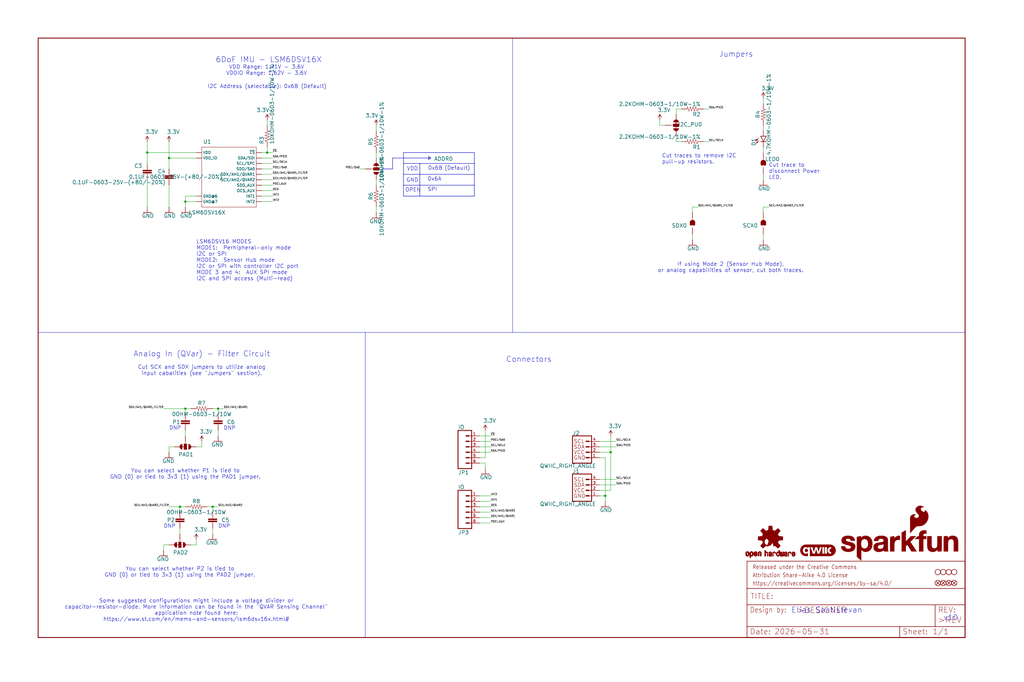
<source format=kicad_sch>
(kicad_sch (version 20230121) (generator eeschema)
  (paper "User" 477.037 317.906)
  (lib_symbols
    (symbol "working-eagle-import:0.1UF-0603-25V-(+80/-20%)"
      (property "Reference" "C" (at 1.524 2.921 0))
      (symbol "0.1UF-0603-25V-(+80/-20%)_1_0"
        (pin passive line (at 0 5.08 270) (length 2.54) (name "1") (number "1"))
        (pin passive line (at 0 -2.54 90) (length 2.54) (name "2") (number "2"))
      )
    )
    (symbol "working-eagle-import:0OHM-0603-1/10W"
      (property "Reference" "R" (at 0 1.524 0))
      (symbol "0OHM-0603-1/10W_1_0"
        (pin passive line (at -5.08 0 0) (length 2.54) (name "1") (number "1"))
        (pin passive line (at 5.08 0 180) (length 2.54) (name "2") (number "2"))
      )
    )
    (symbol "working-eagle-import:10KOHM-0603-1/10W-1%"
      (property "Reference" "R" (at 0 1.524 0))
      (symbol "10KOHM-0603-1/10W-1%_1_0"
        (pin passive line (at -5.08 0 0) (length 2.54) (name "1") (number "1"))
        (pin passive line (at 5.08 0 180) (length 2.54) (name "2") (number "2"))
      )
    )
    (symbol "working-eagle-import:2.2KOHM-0603-1/10W-1%"
      (property "Reference" "R" (at 0 1.524 0))
      (symbol "2.2KOHM-0603-1/10W-1%_1_0"
        (pin passive line (at -5.08 0 0) (length 2.54) (name "1") (number "1"))
        (pin passive line (at 5.08 0 180) (length 2.54) (name "2") (number "2"))
      )
    )
    (symbol "working-eagle-import:3.3V" (power)
      (property "Value" "3.3V" (at 0 2.794 0))
      (symbol "3.3V_1_0"
        (pin power_in line (at 0 0 90) (length 2.54) (name "3.3V") (number "1"))
      )
    )
    (symbol "working-eagle-import:4.7KOHM-0603-1/10W-1%"
      (property "Reference" "R" (at 0 1.524 0))
      (symbol "4.7KOHM-0603-1/10W-1%_1_0"
        (pin passive line (at -5.08 0 0) (length 2.54) (name "1") (number "1"))
        (pin passive line (at 5.08 0 180) (length 2.54) (name "2") (number "2"))
      )
    )
    (symbol "working-eagle-import:CAP-0603"
      (property "Reference" "C" (at 1.524 2.921 0))
      (symbol "CAP-0603_1_0"
        (pin passive line (at 0 5.08 270) (length 2.54) (name "1") (number "1"))
        (pin passive line (at 0 -2.54 90) (length 2.54) (name "2") (number "2"))
      )
    )
    (symbol "working-eagle-import:CONN_06NO_SILK_NO_POP"
      (property "Reference" "J" (at -5.08 10.668 0))
      (symbol "CONN_06NO_SILK_NO_POP_1_0"
        (pin passive line (at 5.08 -5.08 180) (length 5.08) (name "1") (number "1"))
        (pin passive line (at 5.08 -2.54 180) (length 5.08) (name "2") (number "2"))
        (pin passive line (at 5.08 0 180) (length 5.08) (name "3") (number "3"))
        (pin passive line (at 5.08 2.54 180) (length 5.08) (name "4") (number "4"))
        (pin passive line (at 5.08 5.08 180) (length 5.08) (name "5") (number "5"))
        (pin passive line (at 5.08 7.62 180) (length 5.08) (name "6") (number "6"))
      )
    )
    (symbol "working-eagle-import:FIDUCIALUFIDUCIAL")
    (symbol "working-eagle-import:FRAME-LEDGER"
      (symbol "FRAME-LEDGER_2_0"
        (text "${#}/${##}" (at 86.36 1.27 0) (effects (font (size 2.54 2.54)) (justify left bottom)))
        (text "${CURRENT_DATE}" (at 12.7 1.27 0) (effects (font (size 2.54 2.54)) (justify left bottom)))
        (text "${PROJECTNAME}" (at 15.494 17.78 0) (effects (font (size 2.7432 2.7432)) (justify left bottom)))
        (text ">DESIGNER" (at 23.114 11.176 0) (effects (font (size 2.7432 2.7432)) (justify left bottom)))
        (text ">REV" (at 88.9 6.604 0) (effects (font (size 2.7432 2.7432)) (justify left bottom)))
        (text "Attribution Share-Alike 4.0 License" (at 2.54 27.94 0) (effects (font (size 1.9304 1.6408)) (justify left bottom)))
        (text "Date:" (at 1.27 1.27 0) (effects (font (size 2.54 2.54)) (justify left bottom)))
        (text "Design by:" (at 1.27 11.43 0) (effects (font (size 2.54 2.159)) (justify left bottom)))
        (text "https://creativecommons.org/licenses/by-sa/4.0/" (at 2.54 24.13 0) (effects (font (size 1.9304 1.6408)) (justify left bottom)))
        (text "Released under the Creative Commons" (at 2.54 31.75 0) (effects (font (size 1.9304 1.6408)) (justify left bottom)))
        (text "REV:" (at 88.9 11.43 0) (effects (font (size 2.54 2.54)) (justify left bottom)))
        (text "Sheet:" (at 72.39 1.27 0) (effects (font (size 2.54 2.54)) (justify left bottom)))
        (text "TITLE:" (at 1.524 17.78 0) (effects (font (size 2.54 2.54)) (justify left bottom)))
      )
    )
    (symbol "working-eagle-import:GND" (power)
      (property "Value" "GND" (at 0 -0.254 0))
      (symbol "GND_1_0"
        (pin power_in line (at 0 2.54 270) (length 2.54) (name "GND") (number "1"))
      )
    )
    (symbol "working-eagle-import:JUMPER-SMT_2_NC_TRACE_SILK"
      (property "Reference" "JP" (at 0 3.048 0))
      (symbol "JUMPER-SMT_2_NC_TRACE_SILK_1_0"
        (pin passive line (at -5.08 0 0) (length 2.54) (name "1") (number "1"))
        (pin passive line (at 5.08 0 180) (length 2.54) (name "2") (number "2"))
      )
    )
    (symbol "working-eagle-import:JUMPER-SMT_3_1-NC_TRACE_SILK"
      (property "Reference" "JP" (at 5.842 1.524 0))
      (symbol "JUMPER-SMT_3_1-NC_TRACE_SILK_1_0"
        (pin passive line (at 0 5.08 270) (length 2.54) (name "1") (number "1"))
        (pin passive line (at -5.08 0 0) (length 2.54) (name "2") (number "2"))
        (pin passive line (at 0 -5.08 90) (length 2.54) (name "3") (number "3"))
      )
    )
    (symbol "working-eagle-import:JUMPER-SMT_3_2-NC_TRACE_SILK"
      (property "Reference" "JP" (at 6.096 1.524 0))
      (symbol "JUMPER-SMT_3_2-NC_TRACE_SILK_1_0"
        (pin passive line (at 0 5.08 270) (length 2.54) (name "1") (number "1"))
        (pin passive line (at -5.08 0 0) (length 2.54) (name "2") (number "2"))
        (pin passive line (at 0 -5.08 90) (length 2.54) (name "3") (number "3"))
      )
    )
    (symbol "working-eagle-import:LED-RED_0603-KB"
      (property "Reference" "D" (at -3.429 -4.572 90))
      (symbol "LED-RED_0603-KB_1_0"
        (pin passive line (at 0 2.54 270) (length 2.54) (name "A") (number "A"))
        (pin passive line (at 0 -5.08 90) (length 2.54) (name "C") (number "C"))
      )
    )
    (symbol "working-eagle-import:LSM6DSV16X"
      (property "Reference" "U" (at -10.16 15.24 0))
      (symbol "LSM6DSV16X_1_0"
        (pin bidirectional line (at 15.24 2.54 180) (length 2.54) (name "SDO/SA0") (number "P1"))
        (pin bidirectional line (at 15.24 -7.62 180) (length 2.54) (name "OCS_AUX") (number "P10"))
        (pin bidirectional line (at 15.24 -5.08 180) (length 2.54) (name "SDO_AUX") (number "P11"))
        (pin bidirectional line (at 15.24 10.16 180) (length 2.54) (name "~{CS}") (number "P12"))
        (pin bidirectional line (at 15.24 5.08 180) (length 2.54) (name "SCL/SPC") (number "P13"))
        (pin bidirectional line (at 15.24 7.62 180) (length 2.54) (name "SDA/SDI") (number "P14"))
        (pin bidirectional line (at 15.24 0 180) (length 2.54) (name "SDX/AH1/QVAR1") (number "P2"))
        (pin bidirectional line (at 15.24 -2.54 180) (length 2.54) (name "SCX/AH2/QVAR2") (number "P3"))
        (pin bidirectional line (at 15.24 -10.16 180) (length 2.54) (name "INT1") (number "P4"))
        (pin power_in line (at -15.24 7.62 0) (length 2.54) (name "VDD_IO") (number "P5"))
        (pin power_in line (at -15.24 -10.16 0) (length 2.54) (name "GND@6") (number "P6"))
        (pin power_in line (at -15.24 -12.7 0) (length 2.54) (name "GND@7") (number "P7"))
        (pin power_in line (at -15.24 10.16 0) (length 2.54) (name "VDD") (number "P8"))
        (pin bidirectional line (at 15.24 -12.7 180) (length 2.54) (name "INT2") (number "P9"))
      )
    )
    (symbol "working-eagle-import:OSHW-LOGOMINI")
    (symbol "working-eagle-import:QWIIC_CONNECTORJS-1MM"
      (property "Reference" "J" (at -5.08 7.874 0))
      (symbol "QWIIC_CONNECTORJS-1MM_1_0"
        (text "GND" (at -4.572 -2.54 0) (effects (font (size 1.778 1.778)) (justify left)))
        (text "SCL" (at -4.572 5.08 0) (effects (font (size 1.778 1.778)) (justify left)))
        (text "SDA" (at -4.572 2.54 0) (effects (font (size 1.778 1.778)) (justify left)))
        (text "VCC" (at -4.572 0 0) (effects (font (size 1.778 1.778)) (justify left)))
        (pin power_in line (at 7.62 -2.54 180) (length 5.08) (name "1") (number "1"))
        (pin power_in line (at 7.62 0 180) (length 5.08) (name "2") (number "2"))
        (pin passive line (at 7.62 2.54 180) (length 5.08) (name "3") (number "3"))
        (pin passive line (at 7.62 5.08 180) (length 5.08) (name "4") (number "4"))
      )
    )
    (symbol "working-eagle-import:QWIIC_LOGO_4MM")
    (symbol "working-eagle-import:SFE_LOGO_NAME_FLAMEBLANK")
    (symbol "working-eagle-import:STAND-OFFTIGHT")
  )
  (junction (at 284.48 210.82))
  (junction (at 83.82 236.22))
  (junction (at 86.36 93.98))
  (junction (at 99.06 236.22))
  (junction (at 78.74 73.66))
  (junction (at 281.94 231.14))
  (junction (at 86.36 190.5))
  (junction (at 68.58 71.12))
  (junction (at 101.6 190.5))
  (junction (at 124.46 71.12))
  (wire (pts (xy 83.82 248.92) (xy 83.82 246.38)) (stroke (width 0.1524)))
  (polyline (pts (xy 182.88 78.74) (xy 182.88 73.66)) (stroke (width 0.2032) (type solid)))
  (wire (pts (xy 307.34 58.42) (xy 309.88 58.42)) (stroke (width 0.1524)))
  (wire (pts (xy 175.26 58.42) (xy 175.26 60.96)) (stroke (width 0.1524)))
  (polyline (pts (xy 17.78 154.94) (xy 170.18 154.94)) (stroke (width 0.1524) (type solid)))
  (wire (pts (xy 175.26 96.52) (xy 175.26 99.06)) (stroke (width 0.1524)))
  (wire (pts (xy 96.52 236.22) (xy 99.06 236.22)) (stroke (width 0.1524)))
  (wire (pts (xy 223.52 241.3) (xy 228.6 241.3)) (stroke (width 0.1524)))
  (polyline (pts (xy 177.8 78.74) (xy 182.88 78.74)) (stroke (width 0.2032) (type solid)))
  (wire (pts (xy 91.44 73.66) (xy 78.74 73.66)) (stroke (width 0.1524)))
  (wire (pts (xy 78.74 208.28) (xy 81.28 208.28)) (stroke (width 0.1524)))
  (wire (pts (xy 279.4 213.36) (xy 281.94 213.36)) (stroke (width 0.1524)))
  (wire (pts (xy 91.44 254) (xy 91.44 251.46)) (stroke (width 0.1524)))
  (wire (pts (xy 355.6 99.06) (xy 355.6 96.52)) (stroke (width 0.1524)))
  (polyline (pts (xy 195.58 81.28) (xy 195.58 86.36)) (stroke (width 0.2032) (type solid)))
  (wire (pts (xy 314.96 50.8) (xy 317.5 50.8)) (stroke (width 0.1524)))
  (wire (pts (xy 121.92 88.9) (xy 127 88.9)) (stroke (width 0.1524)))
  (wire (pts (xy 226.06 213.36) (xy 226.06 200.66)) (stroke (width 0.1524)))
  (polyline (pts (xy 238.76 154.94) (xy 449.58 154.94)) (stroke (width 0.1524) (type solid)))
  (wire (pts (xy 279.4 226.06) (xy 287.02 226.06)) (stroke (width 0.1524)))
  (wire (pts (xy 76.2 256.54) (xy 76.2 254)) (stroke (width 0.1524)))
  (wire (pts (xy 279.4 228.6) (xy 284.48 228.6)) (stroke (width 0.1524)))
  (wire (pts (xy 68.58 71.12) (xy 68.58 66.04)) (stroke (width 0.1524)))
  (polyline (pts (xy 195.58 76.2) (xy 195.58 81.28)) (stroke (width 0.2032) (type solid)))
  (wire (pts (xy 101.6 193.04) (xy 101.6 190.5)) (stroke (width 0.1524)))
  (wire (pts (xy 322.58 96.52) (xy 325.12 96.52)) (stroke (width 0.1524)))
  (wire (pts (xy 121.92 86.36) (xy 127 86.36)) (stroke (width 0.1524)))
  (wire (pts (xy 327.66 50.8) (xy 330.2 50.8)) (stroke (width 0.1524)))
  (polyline (pts (xy 200.66 73.66) (xy 199.644 72.898)) (stroke (width 0.2032) (type solid)))
  (wire (pts (xy 86.36 190.5) (xy 88.9 190.5)) (stroke (width 0.1524)))
  (wire (pts (xy 78.74 210.82) (xy 78.74 208.28)) (stroke (width 0.1524)))
  (wire (pts (xy 86.36 190.5) (xy 76.2 190.5)) (stroke (width 0.1524)))
  (wire (pts (xy 99.06 248.92) (xy 99.06 246.38)) (stroke (width 0.1524)))
  (wire (pts (xy 121.92 81.28) (xy 127 81.28)) (stroke (width 0.1524)))
  (wire (pts (xy 355.6 96.52) (xy 358.14 96.52)) (stroke (width 0.1524)))
  (wire (pts (xy 121.92 71.12) (xy 124.46 71.12)) (stroke (width 0.1524)))
  (wire (pts (xy 86.36 93.98) (xy 86.36 91.44)) (stroke (width 0.1524)))
  (wire (pts (xy 86.36 91.44) (xy 91.44 91.44)) (stroke (width 0.1524)))
  (wire (pts (xy 314.96 53.34) (xy 314.96 50.8)) (stroke (width 0.1524)))
  (wire (pts (xy 124.46 71.12) (xy 124.46 68.58)) (stroke (width 0.1524)))
  (polyline (pts (xy 187.96 86.36) (xy 195.58 86.36)) (stroke (width 0.2032) (type solid)))
  (polyline (pts (xy 187.96 76.2) (xy 187.96 81.28)) (stroke (width 0.2032) (type solid)))
  (polyline (pts (xy 220.98 71.12) (xy 187.96 71.12)) (stroke (width 0.2032) (type solid)))
  (polyline (pts (xy 170.18 154.94) (xy 170.18 297.18)) (stroke (width 0.1524) (type solid)))
  (polyline (pts (xy 220.98 81.28) (xy 220.98 76.2)) (stroke (width 0.2032) (type solid)))
  (wire (pts (xy 170.18 78.74) (xy 167.64 78.74)) (stroke (width 0.1524)))
  (wire (pts (xy 88.9 254) (xy 91.44 254)) (stroke (width 0.1524)))
  (wire (pts (xy 279.4 231.14) (xy 281.94 231.14)) (stroke (width 0.1524)))
  (polyline (pts (xy 195.58 86.36) (xy 220.98 86.36)) (stroke (width 0.2032) (type solid)))
  (polyline (pts (xy 187.96 91.44) (xy 195.58 91.44)) (stroke (width 0.2032) (type solid)))
  (wire (pts (xy 355.6 48.26) (xy 355.6 45.72)) (stroke (width 0.1524)))
  (wire (pts (xy 314.96 66.04) (xy 314.96 63.5)) (stroke (width 0.1524)))
  (polyline (pts (xy 187.96 86.36) (xy 187.96 91.44)) (stroke (width 0.2032) (type solid)))
  (wire (pts (xy 121.92 83.82) (xy 127 83.82)) (stroke (width 0.1524)))
  (wire (pts (xy 307.34 55.88) (xy 307.34 58.42)) (stroke (width 0.1524)))
  (polyline (pts (xy 195.58 81.28) (xy 220.98 81.28)) (stroke (width 0.2032) (type solid)))
  (wire (pts (xy 101.6 190.5) (xy 104.14 190.5)) (stroke (width 0.1524)))
  (wire (pts (xy 99.06 190.5) (xy 101.6 190.5)) (stroke (width 0.1524)))
  (wire (pts (xy 124.46 55.88) (xy 124.46 58.42)) (stroke (width 0.1524)))
  (wire (pts (xy 83.82 238.76) (xy 83.82 236.22)) (stroke (width 0.1524)))
  (polyline (pts (xy 199.644 72.898) (xy 199.644 74.422)) (stroke (width 0.2032) (type solid)))
  (wire (pts (xy 86.36 236.22) (xy 83.82 236.22)) (stroke (width 0.1524)))
  (polyline (pts (xy 195.58 81.28) (xy 187.96 81.28)) (stroke (width 0.2032) (type solid)))
  (wire (pts (xy 284.48 210.82) (xy 284.48 203.2)) (stroke (width 0.1524)))
  (wire (pts (xy 355.6 81.28) (xy 355.6 83.82)) (stroke (width 0.1524)))
  (polyline (pts (xy 195.58 76.2) (xy 220.98 76.2)) (stroke (width 0.2032) (type solid)))
  (wire (pts (xy 78.74 78.74) (xy 78.74 73.66)) (stroke (width 0.1524)))
  (wire (pts (xy 76.2 254) (xy 78.74 254)) (stroke (width 0.1524)))
  (wire (pts (xy 223.52 231.14) (xy 228.6 231.14)) (stroke (width 0.1524)))
  (wire (pts (xy 121.92 73.66) (xy 127 73.66)) (stroke (width 0.1524)))
  (wire (pts (xy 83.82 236.22) (xy 78.74 236.22)) (stroke (width 0.1524)))
  (wire (pts (xy 93.98 208.28) (xy 93.98 205.74)) (stroke (width 0.1524)))
  (wire (pts (xy 86.36 203.2) (xy 86.36 200.66)) (stroke (width 0.1524)))
  (wire (pts (xy 223.52 208.28) (xy 228.6 208.28)) (stroke (width 0.1524)))
  (wire (pts (xy 175.26 86.36) (xy 175.26 83.82)) (stroke (width 0.1524)))
  (polyline (pts (xy 195.58 91.44) (xy 220.98 91.44)) (stroke (width 0.2032) (type solid)))
  (wire (pts (xy 279.4 208.28) (xy 287.02 208.28)) (stroke (width 0.1524)))
  (wire (pts (xy 355.6 111.76) (xy 355.6 109.22)) (stroke (width 0.1524)))
  (wire (pts (xy 226.06 215.9) (xy 226.06 218.44)) (stroke (width 0.1524)))
  (wire (pts (xy 86.36 193.04) (xy 86.36 190.5)) (stroke (width 0.1524)))
  (wire (pts (xy 281.94 231.14) (xy 281.94 233.68)) (stroke (width 0.1524)))
  (wire (pts (xy 281.94 213.36) (xy 281.94 231.14)) (stroke (width 0.1524)))
  (wire (pts (xy 322.58 99.06) (xy 322.58 96.52)) (stroke (width 0.1524)))
  (polyline (pts (xy 220.98 86.36) (xy 220.98 81.28)) (stroke (width 0.2032) (type solid)))
  (wire (pts (xy 91.44 71.12) (xy 68.58 71.12)) (stroke (width 0.1524)))
  (wire (pts (xy 223.52 205.74) (xy 228.6 205.74)) (stroke (width 0.1524)))
  (polyline (pts (xy 182.88 73.66) (xy 200.66 73.66)) (stroke (width 0.2032) (type solid)))
  (polyline (pts (xy 195.58 86.36) (xy 195.58 91.44)) (stroke (width 0.2032) (type solid)))
  (wire (pts (xy 223.52 203.2) (xy 228.6 203.2)) (stroke (width 0.1524)))
  (wire (pts (xy 327.66 66.04) (xy 330.2 66.04)) (stroke (width 0.1524)))
  (wire (pts (xy 99.06 238.76) (xy 99.06 236.22)) (stroke (width 0.1524)))
  (wire (pts (xy 223.52 238.76) (xy 228.6 238.76)) (stroke (width 0.1524)))
  (polyline (pts (xy 220.98 76.2) (xy 220.98 71.12)) (stroke (width 0.2032) (type solid)))
  (wire (pts (xy 223.52 210.82) (xy 228.6 210.82)) (stroke (width 0.1524)))
  (wire (pts (xy 91.44 208.28) (xy 93.98 208.28)) (stroke (width 0.1524)))
  (polyline (pts (xy 187.96 76.2) (xy 195.58 76.2)) (stroke (width 0.2032) (type solid)))
  (polyline (pts (xy 170.18 154.94) (xy 238.76 154.94)) (stroke (width 0.1524) (type solid)))
  (wire (pts (xy 279.4 210.82) (xy 284.48 210.82)) (stroke (width 0.1524)))
  (wire (pts (xy 355.6 68.58) (xy 355.6 71.12)) (stroke (width 0.1524)))
  (polyline (pts (xy 200.66 73.66) (xy 199.644 74.422)) (stroke (width 0.2032) (type solid)))
  (wire (pts (xy 121.92 78.74) (xy 127 78.74)) (stroke (width 0.1524)))
  (wire (pts (xy 175.26 71.12) (xy 175.26 73.66)) (stroke (width 0.1524)))
  (wire (pts (xy 127 91.44) (xy 121.92 91.44)) (stroke (width 0.1524)))
  (wire (pts (xy 68.58 96.52) (xy 68.58 83.82)) (stroke (width 0.1524)))
  (wire (pts (xy 223.52 233.68) (xy 228.6 233.68)) (stroke (width 0.1524)))
  (wire (pts (xy 279.4 223.52) (xy 287.02 223.52)) (stroke (width 0.1524)))
  (polyline (pts (xy 220.98 91.44) (xy 220.98 86.36)) (stroke (width 0.2032) (type solid)))
  (wire (pts (xy 121.92 93.98) (xy 127 93.98)) (stroke (width 0.1524)))
  (wire (pts (xy 101.6 203.2) (xy 101.6 200.66)) (stroke (width 0.1524)))
  (wire (pts (xy 91.44 93.98) (xy 86.36 93.98)) (stroke (width 0.1524)))
  (polyline (pts (xy 187.96 71.12) (xy 187.96 76.2)) (stroke (width 0.2032) (type solid)))
  (wire (pts (xy 223.52 243.84) (xy 228.6 243.84)) (stroke (width 0.1524)))
  (wire (pts (xy 317.5 66.04) (xy 314.96 66.04)) (stroke (width 0.1524)))
  (polyline (pts (xy 238.76 17.78) (xy 238.76 154.94)) (stroke (width 0.1524) (type solid)))
  (wire (pts (xy 279.4 205.74) (xy 287.02 205.74)) (stroke (width 0.1524)))
  (wire (pts (xy 223.52 213.36) (xy 226.06 213.36)) (stroke (width 0.1524)))
  (wire (pts (xy 223.52 215.9) (xy 226.06 215.9)) (stroke (width 0.1524)))
  (wire (pts (xy 78.74 96.52) (xy 78.74 86.36)) (stroke (width 0.1524)))
  (wire (pts (xy 86.36 96.52) (xy 86.36 93.98)) (stroke (width 0.1524)))
  (wire (pts (xy 78.74 73.66) (xy 78.74 66.04)) (stroke (width 0.1524)))
  (wire (pts (xy 355.6 58.42) (xy 355.6 60.96)) (stroke (width 0.1524)))
  (wire (pts (xy 121.92 76.2) (xy 127 76.2)) (stroke (width 0.1524)))
  (wire (pts (xy 284.48 228.6) (xy 284.48 210.82)) (stroke (width 0.1524)))
  (wire (pts (xy 68.58 71.12) (xy 68.58 76.2)) (stroke (width 0.1524)))
  (polyline (pts (xy 187.96 81.28) (xy 187.96 86.36)) (stroke (width 0.2032) (type solid)))
  (wire (pts (xy 223.52 236.22) (xy 228.6 236.22)) (stroke (width 0.1524)))
  (wire (pts (xy 99.06 236.22) (xy 101.6 236.22)) (stroke (width 0.1524)))
  (wire (pts (xy 322.58 111.76) (xy 322.58 109.22)) (stroke (width 0.1524)))
  (wire (pts (xy 127 71.12) (xy 124.46 71.12)) (stroke (width 0.1524)))
  (text "0x6A" (at 199.136 84.582 0) (effects (font (size 1.778 1.778)) (justify left bottom)))
  (text "VDD Range: 1.71V - 3.6V\nVDDIO Range: 1.62V - 3.6V" (at 124.206 32.766 0) (effects (font (size 1.778 1.778))))
  (text "You can select whether P1 is tied to\nGND (0) or tied to 3v3 (1) using the PAD1 jumper." (at 86.36 220.98 0) (effects (font (size 1.778 1.778))))
  (text "(Default)" (at 207.01 79.502 0) (effects (font (size 1.778 1.778)) (justify left bottom)))
  (text "LSM6DSV16 MODES\nMODE1:  Perhipheral-only mode\nI2C or SPI\nMODE2:  Sensor Hub mode\nI2C or SPI with controller I2C port\nMODE 3 and 4:  AUX SPI mode\nI2C and SPI access (Multi-read)" (at 91.44 111.76 0) (effects (font (size 1.778 1.778)) (justify left top)))
  (text "OPEN" (at 188.722 89.662 0) (effects (font (size 1.778 1.778)) (justify left bottom)))
  (text "0x6B" (at 199.39 79.502 0) (effects (font (size 1.778 1.778)) (justify left bottom)))
  (text "DNP" (at 78.74 200.66 0) (effects (font (size 1.778 1.778)) (justify left bottom)))
  (text "Cut trace to\ndisconnect Power\nLED." (at 358.14 83.82 0) (effects (font (size 1.778 1.778)) (justify left bottom)))
  (text "Some suggested configurations might include a voltage divider or\ncapacitor-resistor-diode. More information can be found in the \"QVAR Sensing Channel\"\napplication note found here:\nhttps://www.st.com/en/mems-and-sensors/lsm6dsv16x.html#" (at 91.44 284.48 0) (effects (font (size 1.778 1.778))))
  (text "SPI" (at 199.136 89.408 0) (effects (font (size 1.778 1.778)) (justify left bottom)))
  (text "DNP" (at 104.14 200.66 0) (effects (font (size 1.778 1.778)) (justify left bottom)))
  (text "v10" (at 439.42 289.56 0) (effects (font (size 2.54 2.54)) (justify left bottom)))
  (text "VDD" (at 189.484 79.756 0) (effects (font (size 1.778 1.778)) (justify left bottom)))
  (text "Analog In (QVar) - Filter Circuit" (at 93.98 165.1 0) (effects (font (size 2.54 2.54))))
  (text "You can select whether P2 is tied to\nGND (0) or tied to 3v3 (1) using the PAD2 jumper." (at 83.82 266.7 0) (effects (font (size 1.778 1.778))))
  (text "Jumpers" (at 342.9 25.4 0) (effects (font (size 2.54 2.54))))
  (text "Connectors" (at 246.38 167.64 0) (effects (font (size 2.54 2.54))))
  (text "DNP" (at 76.2 246.38 0) (effects (font (size 1.778 1.778)) (justify left bottom)))
  (text "Cut SCX and SDX jumpers to utilize analog\ninput cabalities (see \"Jumpers\" section)." (at 93.98 172.72 0) (effects (font (size 1.778 1.778))))
  (text "If using Mode 2 (Sensor Hub Mode),\nor analog capabilities of sensor, cut both traces." (at 340.36 124.714 0) (effects (font (size 1.778 1.778))))
  (text "GND" (at 189.23 85.09 0) (effects (font (size 1.778 1.778)) (justify left bottom)))
  (text "Elias Santistevan" (at 368.554 286.004 0) (effects (font (size 2.54 2.54)) (justify left bottom)))
  (text "Cut traces to remove I2C\npull-up resistors." (at 308.356 71.628 0) (effects (font (size 1.778 1.778)) (justify left top)))
  (text "DNP" (at 101.6 246.38 0) (effects (font (size 1.778 1.778)) (justify left bottom)))
  (text "I2C Address (selectable): 0x6B (Default)" (at 124.46 40.386 0) (effects (font (size 1.778 1.778))))
  (text "6DoF IMU - LSM6DSV16X" (at 125.222 27.94 0) (effects (font (size 2.54 2.54))))
  (label "SCL/SCLK" (at 127 76.2 0) (effects (font (size 0.889 0.889))))
  (label "POCI_AUX" (at 127 86.36 0) (effects (font (size 0.889 0.889))))
  (label "SDA/PICO" (at 228.6 210.82 0) (effects (font (size 0.889 0.889))))
  (label "SDX/AH1/QVAR1_FILTER" (at 325.12 96.52 0) (effects (font (size 0.889 0.889))))
  (label "SDX/AH1/QVAR1" (at 104.14 190.5 0) (effects (font (size 0.889 0.889))))
  (label "INT2" (at 127 93.98 0) (effects (font (size 0.889 0.889))))
  (label "SDX/AH1/QVAR1_FILTER" (at 76.2 190.5 180) (effects (font (size 0.889 0.889))))
  (label "OCS" (at 228.6 236.22 0) (effects (font (size 0.889 0.889))))
  (label "SDX/AH1/QVAR1" (at 228.6 241.3 0) (effects (font (size 0.889 0.889))))
  (label "SDA/PICO" (at 330.2 50.8 0) (effects (font (size 0.889 0.889))))
  (label "POCI_AUX" (at 228.6 243.84 0) (effects (font (size 0.889 0.889))))
  (label "~{CS}" (at 228.6 203.2 0) (effects (font (size 0.889 0.889))))
  (label "INT1" (at 228.6 233.68 0) (effects (font (size 0.889 0.889))))
  (label "SCL/SCLK" (at 228.6 208.28 0) (effects (font (size 0.889 0.889))))
  (label "POCI/SA0" (at 127 78.74 0) (effects (font (size 0.889 0.889))))
  (label "SCX/AH2/QVAR2_FILTER" (at 358.14 96.52 0) (effects (font (size 0.889 0.889))))
  (label "SCX/AH2/QVAR2" (at 228.6 238.76 0) (effects (font (size 0.889 0.889))))
  (label "SCL/SCLK" (at 287.02 205.74 0) (effects (font (size 0.889 0.889))))
  (label "POCI/SA0" (at 228.6 205.74 0) (effects (font (size 0.889 0.889))))
  (label "~{CS}" (at 127 71.12 0) (effects (font (size 0.889 0.889))))
  (label "POCI/SA0" (at 167.64 78.74 180) (effects (font (size 0.889 0.889))))
  (label "SCX/AH2/QVAR2_FILTER" (at 127 83.82 0) (effects (font (size 0.889 0.889))))
  (label "SCL/SCLK" (at 287.02 223.52 0) (effects (font (size 0.889 0.889))))
  (label "SCX/AH2/QVAR2_FILTER" (at 78.74 236.22 180) (effects (font (size 0.889 0.889))))
  (label "SDA/PICO" (at 287.02 226.06 0) (effects (font (size 0.889 0.889))))
  (label "SCL/SCLK" (at 330.2 66.04 0) (effects (font (size 0.889 0.889))))
  (label "OCS" (at 127 88.9 0) (effects (font (size 0.889 0.889))))
  (label "SDA/PICO" (at 287.02 208.28 0) (effects (font (size 0.889 0.889))))
  (label "SCX/AH2/QVAR2" (at 101.6 236.22 0) (effects (font (size 0.889 0.889))))
  (label "INT2" (at 228.6 231.14 0) (effects (font (size 0.889 0.889))))
  (label "SDX/AH1/QVAR1_FILTER" (at 127 81.28 0) (effects (font (size 0.889 0.889))))
  (label "INT1" (at 127 91.44 0) (effects (font (size 0.889 0.889))))
  (label "SDA/PICO" (at 127 73.66 0) (effects (font (size 0.889 0.889))))
  (symbol (lib_id "working-eagle-import:CAP-0603") (at 99.06 243.84 0) (unit 1)
    (property "Reference" "C5" (at 103.124 243.459 0) (effects (font (size 1.778 1.778)) (justify left bottom)))
    (property "Value" "110pF" (effects hide))
    (property "Footprint" "working:0603" (effects hide))
  )
  (symbol (lib_id "working-eagle-import:0.1UF-0603-25V-(+80/-20%)") (at 68.58 81.28 0) (unit 1)
    (property "Reference" "C3" (at 62.484 78.359 0) (effects (font (size 1.778 1.778)) (justify left bottom)))
    (property "Value" "0.1UF-0603-25V-(+80/-20%)" (at 59.944 83.439 0) (effects (font (size 1.778 1.778)) (justify left bottom)))
    (property "Footprint" "working:0603" (effects hide))
  )
  (symbol (lib_id "working-eagle-import:3.3V") (at 175.26 58.42 0) (mirror y) (unit 1)
    (property "Reference" "#SUPPLY10" (effects hide))
    (property "Value" "3.3V" (at 176.276 54.864 0) (effects (font (size 1.778 1.778)) (justify left bottom)))
  )
  (symbol (lib_id "working-eagle-import:FIDUCIALUFIDUCIAL") (at 444.5 271.78 0) (unit 1)
    (property "Reference" "FD2" (effects hide))
    (property "Value" "FIDUCIALUFIDUCIAL" (effects hide))
    (property "Footprint" "working:FIDUCIAL-MICRO" (effects hide))
  )
  (symbol (lib_id "working-eagle-import:STAND-OFFTIGHT") (at 444.5 266.7 0) (unit 1)
    (property "Reference" "STANDOFF4" (effects hide))
    (property "Value" "STAND-OFFTIGHT" (effects hide))
    (property "Footprint" "working:STAND-OFF-TIGHT" (effects hide))
  )
  (symbol (lib_id "working-eagle-import:QWIIC_CONNECTORJS-1MM") (at 271.78 228.6 0) (unit 1)
    (property "Reference" "J1" (at 266.7 220.726 0) (effects (font (size 1.778 1.778)) (justify left bottom)))
    (property "Value" "QWIIC_RIGHT_ANGLE" (at 251.46 233.934 0) (effects (font (size 1.778 1.778)) (justify left top)))
    (property "Footprint" "working:JST04_1MM_RA" (effects hide))
  )
  (symbol (lib_id "working-eagle-import:GND") (at 68.58 99.06 0) (unit 1)
    (property "Reference" "#GND5" (effects hide))
    (property "Value" "GND" (at 66.04 101.6 0) (effects (font (size 1.778 1.778)) (justify left bottom)))
  )
  (symbol (lib_id "working-eagle-import:GND") (at 76.2 259.08 0) (mirror y) (unit 1)
    (property "Reference" "#GND14" (effects hide))
    (property "Value" "GND" (at 78.74 261.62 0) (effects (font (size 1.778 1.778)) (justify left bottom)))
  )
  (symbol (lib_id "working-eagle-import:0OHM-0603-1/10W") (at 93.98 190.5 0) (unit 1)
    (property "Reference" "R7" (at 93.98 188.976 0) (effects (font (size 1.778 1.778)) (justify bottom)))
    (property "Value" "0OHM-0603-1/10W" (at 93.98 192.024 0) (effects (font (size 1.778 1.778)) (justify top)))
    (property "Footprint" "working:0603" (effects hide))
  )
  (symbol (lib_id "working-eagle-import:STAND-OFFTIGHT") (at 441.96 266.7 0) (unit 1)
    (property "Reference" "STANDOFF3" (effects hide))
    (property "Value" "STAND-OFFTIGHT" (effects hide))
    (property "Footprint" "working:STAND-OFF-TIGHT" (effects hide))
  )
  (symbol (lib_id "working-eagle-import:LED-RED_0603-KB") (at 355.6 63.5 0) (unit 1)
    (property "Reference" "D1" (at 352.171 68.072 90) (effects (font (size 1.778 1.778)) (justify left bottom)))
    (property "Value" "RED" (effects hide))
    (property "Footprint" "working:LED-0603" (effects hide))
  )
  (symbol (lib_id "working-eagle-import:GND") (at 322.58 114.3 0) (unit 1)
    (property "Reference" "#GND1" (effects hide))
    (property "Value" "GND" (at 320.04 116.84 0) (effects (font (size 1.778 1.778)) (justify left bottom)))
  )
  (symbol (lib_id "working-eagle-import:4.7KOHM-0603-1/10W-1%") (at 355.6 53.34 90) (unit 1)
    (property "Reference" "R4" (at 354.076 53.34 0) (effects (font (size 1.778 1.778)) (justify bottom)))
    (property "Value" "4.7KOHM-0603-1/10W-1%" (at 357.124 53.34 0) (effects (font (size 1.778 1.778)) (justify top)))
    (property "Footprint" "working:0603" (effects hide))
  )
  (symbol (lib_id "working-eagle-import:CONN_06NO_SILK_NO_POP") (at 218.44 236.22 0) (mirror x) (unit 1)
    (property "Reference" "JP3" (at 213.36 247.142 0) (effects (font (size 1.778 1.778)) (justify left bottom)))
    (property "Value" "IO" (at 213.36 226.06 0) (effects (font (size 1.778 1.778)) (justify left bottom)))
    (property "Footprint" "working:1X06_NO_SILK" (effects hide))
  )
  (symbol (lib_id "working-eagle-import:QWIIC_CONNECTORJS-1MM") (at 271.78 210.82 0) (unit 1)
    (property "Reference" "J2" (at 266.7 202.946 0) (effects (font (size 1.778 1.778)) (justify left bottom)))
    (property "Value" "QWIIC_RIGHT_ANGLE" (at 251.46 216.154 0) (effects (font (size 1.778 1.778)) (justify left top)))
    (property "Footprint" "working:JST04_1MM_RA" (effects hide))
  )
  (symbol (lib_id "working-eagle-import:FIDUCIALUFIDUCIAL") (at 441.96 271.78 0) (unit 1)
    (property "Reference" "FD1" (effects hide))
    (property "Value" "FIDUCIALUFIDUCIAL" (effects hide))
    (property "Footprint" "working:FIDUCIAL-MICRO" (effects hide))
  )
  (symbol (lib_id "working-eagle-import:3.3V") (at 91.44 251.46 0) (unit 1)
    (property "Reference" "#SUPPLY8" (effects hide))
    (property "Value" "3.3V" (at 90.424 247.904 0) (effects (font (size 1.778 1.778)) (justify left bottom)))
  )
  (symbol (lib_id "working-eagle-import:GND") (at 78.74 99.06 0) (unit 1)
    (property "Reference" "#GND10" (effects hide))
    (property "Value" "GND" (at 76.2 101.6 0) (effects (font (size 1.778 1.778)) (justify left bottom)))
  )
  (symbol (lib_id "working-eagle-import:STAND-OFFTIGHT") (at 439.42 266.7 0) (unit 1)
    (property "Reference" "STANDOFF2" (effects hide))
    (property "Value" "STAND-OFFTIGHT" (effects hide))
    (property "Footprint" "working:STAND-OFF-TIGHT" (effects hide))
  )
  (symbol (lib_id "working-eagle-import:GND") (at 355.6 86.36 0) (unit 1)
    (property "Reference" "#GND7" (effects hide))
    (property "Value" "GND" (at 353.06 88.9 0) (effects (font (size 1.778 1.778)) (justify left bottom)))
  )
  (symbol (lib_id "working-eagle-import:FIDUCIALUFIDUCIAL") (at 436.88 271.78 0) (unit 1)
    (property "Reference" "FID1" (effects hide))
    (property "Value" "FIDUCIALUFIDUCIAL" (effects hide))
    (property "Footprint" "working:FIDUCIAL-MICRO" (effects hide))
  )
  (symbol (lib_id "working-eagle-import:3.3V") (at 68.58 66.04 0) (unit 1)
    (property "Reference" "#SUPPLY5" (effects hide))
    (property "Value" "3.3V" (at 67.564 62.484 0) (effects (font (size 1.778 1.778)) (justify left bottom)))
  )
  (symbol (lib_id "working-eagle-import:GND") (at 175.26 101.6 0) (mirror y) (unit 1)
    (property "Reference" "#GND6" (effects hide))
    (property "Value" "GND" (at 177.8 104.14 0) (effects (font (size 1.778 1.778)) (justify left bottom)))
  )
  (symbol (lib_id "working-eagle-import:GND") (at 281.94 236.22 0) (unit 1)
    (property "Reference" "#GND3" (effects hide))
    (property "Value" "GND" (at 279.4 238.76 0) (effects (font (size 1.778 1.778)) (justify left bottom)))
  )
  (symbol (lib_id "working-eagle-import:JUMPER-SMT_2_NC_TRACE_SILK") (at 322.58 104.14 90) (unit 1)
    (property "Reference" "SDX0" (at 320.04 104.14 90) (effects (font (size 1.778 1.778)) (justify left bottom)))
    (property "Value" "JUMPER-SMT_2_NC_TRACE_SILK" (effects hide))
    (property "Footprint" "working:SMT-JUMPER_2_NC_TRACE_SILK" (effects hide))
  )
  (symbol (lib_id "working-eagle-import:GND") (at 355.6 114.3 0) (unit 1)
    (property "Reference" "#GND2" (effects hide))
    (property "Value" "GND" (at 353.06 116.84 0) (effects (font (size 1.778 1.778)) (justify left bottom)))
  )
  (symbol (lib_id "working-eagle-import:3.3V") (at 307.34 55.88 0) (unit 1)
    (property "Reference" "#SUPPLY2" (effects hide))
    (property "Value" "3.3V" (at 306.324 52.324 0) (effects (font (size 1.778 1.778)) (justify left bottom)))
  )
  (symbol (lib_id "working-eagle-import:3.3V") (at 226.06 200.66 0) (unit 1)
    (property "Reference" "#SUPPLY6" (effects hide))
    (property "Value" "3.3V" (at 225.044 197.104 0) (effects (font (size 1.778 1.778)) (justify left bottom)))
  )
  (symbol (lib_id "working-eagle-import:JUMPER-SMT_3_1-NC_TRACE_SILK") (at 175.26 78.74 0) (mirror x) (unit 1)
    (property "Reference" "ADDR0" (at 202.184 73.025 0) (effects (font (size 1.778 1.778)) (justify left bottom)))
    (property "Value" "JUMPER-SMT_3_1-NC_TRACE_SILK" (effects hide))
    (property "Footprint" "working:SMT-JUMPER_3_1-NC_TRACE_SILK" (effects hide))
  )
  (symbol (lib_id "working-eagle-import:2.2KOHM-0603-1/10W-1%") (at 322.58 66.04 180) (unit 1)
    (property "Reference" "R1" (at 326.39 67.5386 0) (effects (font (size 1.778 1.778)) (justify left bottom)))
    (property "Value" "2.2KOHM-0603-1/10W-1%" (at 326.39 62.738 0) (effects (font (size 1.778 1.778)) (justify left bottom)))
    (property "Footprint" "working:0603" (effects hide))
  )
  (symbol (lib_id "working-eagle-import:CONN_06NO_SILK_NO_POP") (at 218.44 208.28 0) (mirror x) (unit 1)
    (property "Reference" "JP1" (at 213.36 219.202 0) (effects (font (size 1.778 1.778)) (justify left bottom)))
    (property "Value" "IO" (at 213.36 198.12 0) (effects (font (size 1.778 1.778)) (justify left bottom)))
    (property "Footprint" "working:1X06_NO_SILK" (effects hide))
  )
  (symbol (lib_id "working-eagle-import:JUMPER-SMT_3_1-NC_TRACE_SILK") (at 86.36 208.28 270) (unit 1)
    (property "Reference" "PAD1" (at 86.614 211.836 90) (effects (font (size 1.778 1.778))))
    (property "Value" "JUMPER-SMT_3_1-NC_TRACE_SILK" (effects hide))
    (property "Footprint" "working:SMT-JUMPER_3_1-NC_TRACE_SILK" (effects hide))
  )
  (symbol (lib_id "working-eagle-import:3.3V") (at 355.6 45.72 0) (unit 1)
    (property "Reference" "#SUPPLY3" (effects hide))
    (property "Value" "3.3V" (at 354.584 42.164 0) (effects (font (size 1.778 1.778)) (justify left bottom)))
  )
  (symbol (lib_id "working-eagle-import:JUMPER-SMT_3_1-NC_TRACE_SILK") (at 83.82 254 270) (unit 1)
    (property "Reference" "PAD2" (at 84.074 257.556 90) (effects (font (size 1.778 1.778))))
    (property "Value" "JUMPER-SMT_3_1-NC_TRACE_SILK" (effects hide))
    (property "Footprint" "working:SMT-JUMPER_3_1-NC_TRACE_SILK" (effects hide))
  )
  (symbol (lib_id "working-eagle-import:JUMPER-SMT_3_2-NC_TRACE_SILK") (at 314.96 58.42 0) (mirror x) (unit 1)
    (property "Reference" "I2C_PU0" (at 327.152 59.055 0) (effects (font (size 1.778 1.778)) (justify right top)))
    (property "Value" "JUMPER-SMT_3_2-NC_TRACE_SILK" (effects hide))
    (property "Footprint" "working:SMT-JUMPER_3_2-NC_TRACE_SILK" (effects hide))
  )
  (symbol (lib_id "working-eagle-import:LSM6DSV16X") (at 106.68 81.28 0) (unit 1)
    (property "Reference" "U1" (at 96.52 66.04 0) (effects (font (size 1.778 1.778))))
    (property "Value" "LSM6DSV16X" (at 96.52 99.06 0) (effects (font (size 1.778 1.778))))
    (property "Footprint" "working:LGA-14L" (effects hide))
  )
  (symbol (lib_id "working-eagle-import:FRAME-LEDGER") (at 347.98 297.18 0) (unit 2)
    (property "Reference" "FRAME2" (effects hide))
    (property "Value" "FRAME-LEDGER" (effects hide))
    (property "Footprint" "working:CREATIVE_COMMONS" (effects hide))
  )
  (symbol (lib_id "working-eagle-import:CAP-0603") (at 86.36 198.12 0) (unit 1)
    (property "Reference" "P1" (at 80.264 197.739 0) (effects (font (size 1.778 1.778)) (justify left bottom)))
    (property "Value" "110pF" (effects hide))
    (property "Footprint" "working:0603" (effects hide))
  )
  (symbol (lib_id "working-eagle-import:GND") (at 78.74 213.36 0) (mirror y) (unit 1)
    (property "Reference" "#GND8" (effects hide))
    (property "Value" "GND" (at 81.28 215.9 0) (effects (font (size 1.778 1.778)) (justify left bottom)))
  )
  (symbol (lib_id "working-eagle-import:FIDUCIALUFIDUCIAL") (at 439.42 271.78 0) (unit 1)
    (property "Reference" "FID2" (effects hide))
    (property "Value" "FIDUCIALUFIDUCIAL" (effects hide))
    (property "Footprint" "working:FIDUCIAL-MICRO" (effects hide))
  )
  (symbol (lib_id "working-eagle-import:3.3V") (at 124.46 55.88 0) (mirror y) (unit 1)
    (property "Reference" "#SUPPLY11" (effects hide))
    (property "Value" "3.3V" (at 125.476 52.324 0) (effects (font (size 1.778 1.778)) (justify left bottom)))
  )
  (symbol (lib_id "working-eagle-import:GND") (at 86.36 99.06 0) (unit 1)
    (property "Reference" "#GND4" (effects hide))
    (property "Value" "GND" (at 83.82 101.6 0) (effects (font (size 1.778 1.778)) (justify left bottom)))
  )
  (symbol (lib_id "working-eagle-import:CAP-0603") (at 83.82 243.84 0) (unit 1)
    (property "Reference" "P2" (at 77.724 243.459 0) (effects (font (size 1.778 1.778)) (justify left bottom)))
    (property "Value" "110pF" (effects hide))
    (property "Footprint" "working:0603" (effects hide))
  )
  (symbol (lib_id "working-eagle-import:10KOHM-0603-1/10W-1%") (at 175.26 91.44 90) (unit 1)
    (property "Reference" "R6" (at 173.736 91.44 0) (effects (font (size 1.778 1.778)) (justify bottom)))
    (property "Value" "10KOHM-0603-1/10W-1%" (at 176.784 91.44 0) (effects (font (size 1.778 1.778)) (justify top)))
    (property "Footprint" "working:0603" (effects hide))
  )
  (symbol (lib_id "working-eagle-import:QWIIC_LOGO_4MM") (at 381 256.54 0) (unit 1)
    (property "Reference" "LOGO1" (effects hide))
    (property "Value" "QWIIC_LOGO_4MM" (effects hide))
    (property "Footprint" "working:QWIIC_4MM" (effects hide))
  )
  (symbol (lib_id "working-eagle-import:2.2KOHM-0603-1/10W-1%") (at 322.58 50.8 180) (unit 1)
    (property "Reference" "R2" (at 326.39 52.2986 0) (effects (font (size 1.778 1.778)) (justify left bottom)))
    (property "Value" "2.2KOHM-0603-1/10W-1%" (at 326.39 47.498 0) (effects (font (size 1.778 1.778)) (justify left bottom)))
    (property "Footprint" "working:0603" (effects hide))
  )
  (symbol (lib_id "working-eagle-import:JUMPER-SMT_2_NC_TRACE_SILK") (at 355.6 76.2 90) (unit 1)
    (property "Reference" "LED0" (at 363.22 73.152 90) (effects (font (size 1.778 1.778)) (justify left bottom)))
    (property "Value" "JUMPER-SMT_2_NC_TRACE_SILK" (effects hide))
    (property "Footprint" "working:SMT-JUMPER_2_NC_TRACE_SILK" (effects hide))
  )
  (symbol (lib_id "working-eagle-import:GND") (at 99.06 251.46 0) (mirror y) (unit 1)
    (property "Reference" "#GND13" (effects hide))
    (property "Value" "GND" (at 101.6 254 0) (effects (font (size 1.778 1.778)) (justify left bottom)))
  )
  (symbol (lib_id "working-eagle-import:3.3V") (at 78.74 66.04 0) (unit 1)
    (property "Reference" "#SUPPLY4" (effects hide))
    (property "Value" "3.3V" (at 77.724 62.484 0) (effects (font (size 1.778 1.778)) (justify left bottom)))
  )
  (symbol (lib_id "working-eagle-import:STAND-OFFTIGHT") (at 436.88 266.7 0) (unit 1)
    (property "Reference" "STANDOFF1" (effects hide))
    (property "Value" "STAND-OFFTIGHT" (effects hide))
    (property "Footprint" "working:STAND-OFF-TIGHT" (effects hide))
  )
  (symbol (lib_id "working-eagle-import:3.3V") (at 284.48 203.2 0) (unit 1)
    (property "Reference" "#SUPPLY1" (effects hide))
    (property "Value" "3.3V" (at 283.464 199.644 0) (effects (font (size 1.778 1.778)) (justify left bottom)))
  )
  (symbol (lib_id "working-eagle-import:JUMPER-SMT_2_NC_TRACE_SILK") (at 355.6 104.14 90) (unit 1)
    (property "Reference" "SCX0" (at 353.06 104.14 90) (effects (font (size 1.778 1.778)) (justify left bottom)))
    (property "Value" "JUMPER-SMT_2_NC_TRACE_SILK" (effects hide))
    (property "Footprint" "working:SMT-JUMPER_2_NC_TRACE_SILK" (effects hide))
  )
  (symbol (lib_id "working-eagle-import:FRAME-LEDGER") (at 17.78 297.18 0) (unit 1)
    (property "Reference" "FRAME2" (effects hide))
    (property "Value" "FRAME-LEDGER" (effects hide))
    (property "Footprint" "working:CREATIVE_COMMONS" (effects hide))
  )
  (symbol (lib_id "working-eagle-import:10KOHM-0603-1/10W-1%") (at 124.46 63.5 90) (unit 1)
    (property "Reference" "R3" (at 122.9614 67.31 0) (effects (font (size 1.778 1.778)) (justify left bottom)))
    (property "Value" "10KOHM-0603-1/10W-1%" (at 127.762 67.31 0) (effects (font (size 1.778 1.778)) (justify left bottom)))
    (property "Footprint" "working:0603" (effects hide))
  )
  (symbol (lib_id "working-eagle-import:0OHM-0603-1/10W") (at 91.44 236.22 0) (unit 1)
    (property "Reference" "R8" (at 91.44 234.696 0) (effects (font (size 1.778 1.778)) (justify bottom)))
    (property "Value" "0OHM-0603-1/10W" (at 91.44 237.744 0) (effects (font (size 1.778 1.778)) (justify top)))
    (property "Footprint" "working:0603" (effects hide))
  )
  (symbol (lib_id "working-eagle-import:0.1UF-0603-25V-(+80/-20%)") (at 78.74 83.82 0) (mirror y) (unit 1)
    (property "Reference" "C4" (at 77.216 80.899 0) (effects (font (size 1.778 1.778)) (justify left bottom)))
    (property "Value" "0.1UF-0603-25V-(+80/-20%)" (at 77.216 85.979 0) (effects (font (size 1.778 1.778)) (justify left bottom)))
    (property "Footprint" "working:0603" (effects hide))
  )
  (symbol (lib_id "working-eagle-import:GND") (at 101.6 205.74 0) (mirror y) (unit 1)
    (property "Reference" "#GND9" (effects hide))
    (property "Value" "GND" (at 104.14 208.28 0) (effects (font (size 1.778 1.778)) (justify left bottom)))
  )
  (symbol (lib_id "working-eagle-import:CAP-0603") (at 101.6 198.12 0) (unit 1)
    (property "Reference" "C6" (at 105.664 197.739 0) (effects (font (size 1.778 1.778)) (justify left bottom)))
    (property "Value" "110pF" (effects hide))
    (property "Footprint" "working:0603" (effects hide))
  )
  (symbol (lib_id "working-eagle-import:3.3V") (at 93.98 205.74 0) (unit 1)
    (property "Reference" "#SUPPLY7" (effects hide))
    (property "Value" "3.3V" (at 92.964 202.184 0) (effects (font (size 1.778 1.778)) (justify left bottom)))
  )
  (symbol (lib_id "working-eagle-import:GND") (at 226.06 220.98 0) (unit 1)
    (property "Reference" "#GND11" (effects hide))
    (property "Value" "GND" (at 223.52 223.52 0) (effects (font (size 1.778 1.778)) (justify left bottom)))
  )
  (symbol (lib_id "working-eagle-import:SFE_LOGO_NAME_FLAMEBLANK") (at 391.16 261.62 0) (unit 1)
    (property "Reference" "LOGO3" (effects hide))
    (property "Value" "SFE_LOGO_NAME_FLAMEBLANK" (effects hide))
    (property "Footprint" "working:BLANK" (effects hide))
  )
  (symbol (lib_id "working-eagle-import:10KOHM-0603-1/10W-1%") (at 175.26 66.04 90) (unit 1)
    (property "Reference" "R5" (at 173.736 66.04 0) (effects (font (size 1.778 1.778)) (justify bottom)))
    (property "Value" "10KOHM-0603-1/10W-1%" (at 176.784 66.04 0) (effects (font (size 1.778 1.778)) (justify top)))
    (property "Footprint" "working:0603" (effects hide))
  )
  (symbol (lib_id "working-eagle-import:OSHW-LOGOMINI") (at 358.902 250.952 0) (unit 1)
    (property "Reference" "LOGO2" (effects hide))
    (property "Value" "OSHW-LOGOMINI" (effects hide))
    (property "Footprint" "working:OSHW-LOGO-MINI" (effects hide))
  )
)
</source>
